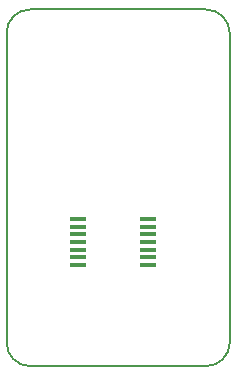
<source format=gbr>
G04 #@! TF.GenerationSoftware,KiCad,Pcbnew,5.1.5-52549c5~84~ubuntu19.10.1*
G04 #@! TF.CreationDate,2020-02-23T01:12:38+02:00*
G04 #@! TF.ProjectId,BRK-TSSOP-14-4.4x5-P0.65,42524b2d-5453-4534-9f50-2d31342d342e,v1.0*
G04 #@! TF.SameCoordinates,Original*
G04 #@! TF.FileFunction,Paste,Top*
G04 #@! TF.FilePolarity,Positive*
%FSLAX46Y46*%
G04 Gerber Fmt 4.6, Leading zero omitted, Abs format (unit mm)*
G04 Created by KiCad (PCBNEW 5.1.5-52549c5~84~ubuntu19.10.1) date 2020-02-23 01:12:38*
%MOMM*%
%LPD*%
G04 APERTURE LIST*
%ADD10C,0.150000*%
%ADD11R,1.450000X0.450000*%
G04 APERTURE END LIST*
D10*
X53000000Y-78200000D02*
G75*
G02X51000000Y-76200000I0J2000000D01*
G01*
X69900000Y-76200000D02*
G75*
G02X67900000Y-78200000I-2000000J0D01*
G01*
X67900000Y-48000000D02*
G75*
G02X69900000Y-50000000I0J-2000000D01*
G01*
X51000000Y-50000000D02*
G75*
G02X53000000Y-48000000I2000000J0D01*
G01*
X67900000Y-78200000D02*
X53000000Y-78200000D01*
X69900000Y-50000000D02*
X69900000Y-76200000D01*
X53000000Y-48000000D02*
X67900000Y-48000000D01*
X51000000Y-76200000D02*
X51000000Y-50000000D01*
D11*
X62950000Y-65730000D03*
X62950000Y-66380000D03*
X62950000Y-67030000D03*
X62950000Y-67680000D03*
X62950000Y-68330000D03*
X62950000Y-68980000D03*
X62950000Y-69630000D03*
X57050000Y-69630000D03*
X57050000Y-68980000D03*
X57050000Y-68330000D03*
X57050000Y-67680000D03*
X57050000Y-67030000D03*
X57050000Y-66380000D03*
X57050000Y-65730000D03*
M02*

</source>
